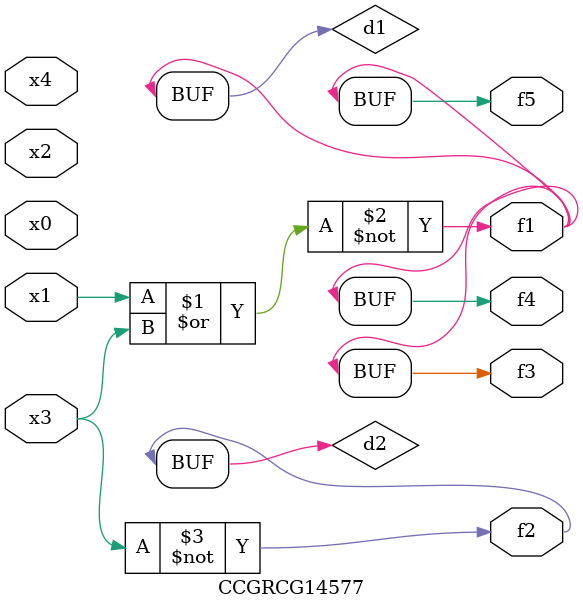
<source format=v>
module CCGRCG14577(
	input x0, x1, x2, x3, x4,
	output f1, f2, f3, f4, f5
);

	wire d1, d2;

	nor (d1, x1, x3);
	not (d2, x3);
	assign f1 = d1;
	assign f2 = d2;
	assign f3 = d1;
	assign f4 = d1;
	assign f5 = d1;
endmodule

</source>
